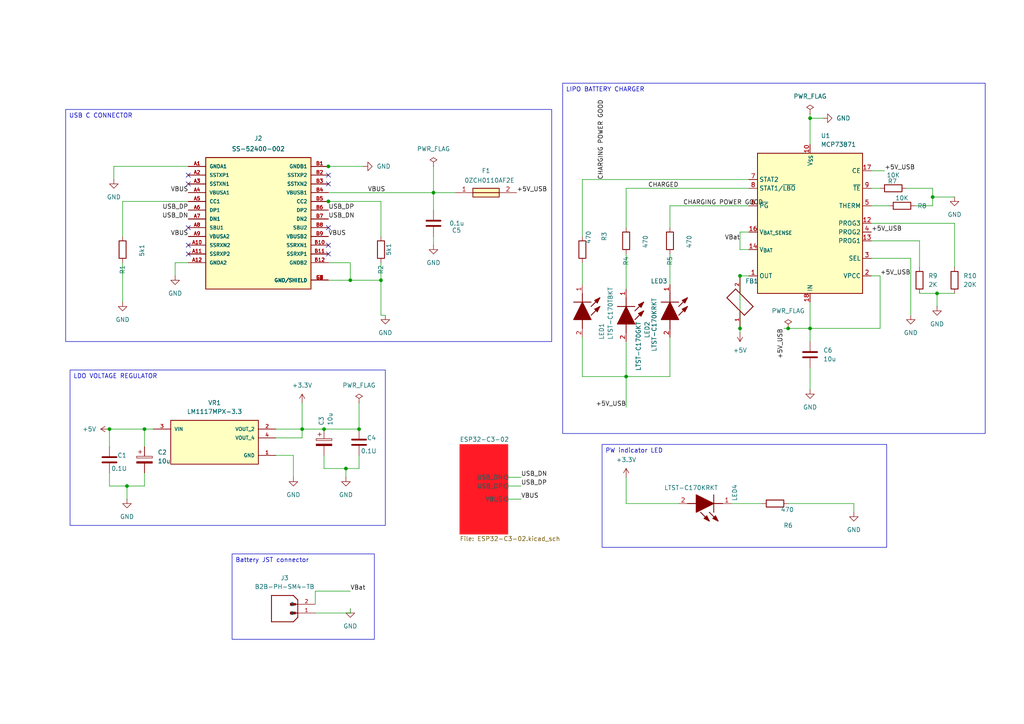
<source format=kicad_sch>
(kicad_sch (version 20250114) (generator "eeschema") (generator_version "9.0")
  (paper "A4")
  (title_block (title "ESP32 SENSOR BOARD_ROOT ") (date "2025-06-22"))
  (lib_symbols
    (symbol "0ZCH0110AF2E:0ZCH0110AF2E" (pin_names (hide yes))
      (property "Reference" "F" (at 13.97 6.35 0))
      (property "Value" "0ZCH0110AF2E" (at 13.97 3.81 0))
      (symbol "0ZCH0110AF2E_1_1"
        (rectangle (start 5.08 1.27) (end 12.7 -1.27) (stroke (width 0.254)) (fill (type background)))
        (polyline (pts (xy 5.08 0) (xy 12.7 0)) (stroke (width 0.254)))
        (pin passive line (at 0 0 0) (length 5.08) (name "1") (number "1"))
        (pin passive line (at 17.78 0 180) (length 5.08) (name "2") (number "2"))
      )
    )
    (symbol "B2B-PH-SM4-TB:B2B-PH-SM4-TB" (pin_names (offset 1.016))
      (property "Reference" "J" (at 0 6.35 0))
      (property "Value" "B2B-PH-SM4-TB" (at 0 -5.08 0))
      (symbol "B2B-PH-SM4-TB_0_0"
        (polyline (pts (xy 0 3.81) (xy 0 2.54)) (stroke (width 0.254)))
        (polyline (pts (xy 0 3.81) (xy 1.27 5.08)) (stroke (width 0.254)))
        (polyline (pts (xy 0 2.54) (xy 0 -1.27)) (stroke (width 0.254)))
        (polyline (pts (xy 0 2.54) (xy 1.905 2.54)) (stroke (width 0.254)))
        (polyline (pts (xy 0 0) (xy 1.905 0)) (stroke (width 0.254)))
        (polyline (pts (xy 0 -1.27) (xy 1.27 -2.54)) (stroke (width 0.254)))
        (rectangle (start 0.635 2.2225) (end 2.2225 2.8575) (stroke (width 0.1)) (fill (type outline)))
        (rectangle (start 0.635 -0.3175) (end 2.2225 0.3175) (stroke (width 0.1)) (fill (type outline)))
        (polyline (pts (xy 1.27 -2.54) (xy 7.62 -2.54)) (stroke (width 0.254)))
        (polyline (pts (xy 7.62 5.08) (xy 1.27 5.08)) (stroke (width 0.254)))
        (polyline (pts (xy 7.62 -2.54) (xy 7.62 5.08)) (stroke (width 0.254)))
        (pin passive line (at -5.08 2.54 0) (length 5.08) (name "1") (number "1"))
        (pin passive line (at -5.08 0 0) (length 5.08) (name "2") (number "2"))
      )
    )
    (symbol "Battery_Management:MCP73871"
      (property "Reference" "U" (at -7.62 24.13 0))
      (property "Value" "MCP73871" (at -15.24 21.59 0))
      (symbol "MCP73871_0_1"
        (rectangle (start -15.24 20.32) (end 15.24 -20.32) (stroke (width 0.254)) (fill (type background)))
      )
      (symbol "MCP73871_1_1"
        (pin input line (at -17.78 15.24 0) (length 2.54) (name "VPCC") (number "2"))
        (pin input line (at -17.78 10.16 0) (length 2.54) (name "SEL") (number "3"))
        (pin bidirectional line (at -17.78 5.08 0) (length 2.54) (name "PROG1") (number "13"))
        (pin input line (at -17.78 2.54 0) (length 2.54) (name "PROG2") (number "4"))
        (pin bidirectional line (at -17.78 0 0) (length 2.54) (name "PROG3") (number "12"))
        (pin bidirectional line (at -17.78 -5.08 0) (length 2.54) (name "THERM") (number "5"))
        (pin input line (at -17.78 -10.16 0) (length 2.54) (name "~{TE}") (number "9"))
        (pin input line (at -17.78 -15.24 0) (length 2.54) (name "CE") (number "17"))
        (pin power_in line (at 0 22.86 270) (length 2.54) (name "IN") (number "18"))
        (pin passive line (at 0 22.86 270) (length 2.54) (hide yes) (name "IN") (number "19"))
        (pin power_in line (at 0 -22.86 90) (length 2.54) (name "V_{SS}") (number "10"))
        (pin passive line (at 0 -22.86 90) (length 2.54) (hide yes) (name "V_{SS}") (number "11"))
        (pin passive line (at 0 -22.86 90) (length 2.54) (hide yes) (name "V_{SS}") (number "21"))
        (pin power_out line (at 17.78 15.24 180) (length 2.54) (name "OUT") (number "1"))
        (pin passive line (at 17.78 15.24 180) (length 2.54) (hide yes) (name "OUT") (number "20"))
        (pin power_out line (at 17.78 7.62 180) (length 2.54) (name "V_{BAT}") (number "14"))
        (pin passive line (at 17.78 7.62 180) (length 2.54) (hide yes) (name "V_{BAT}") (number "15"))
        (pin input line (at 17.78 2.54 180) (length 2.54) (name "V_{BAT_SENSE}") (number "16"))
        (pin open_collector line (at 17.78 -5.08 180) (length 2.54) (name "~{PG}") (number "6"))
        (pin open_collector line (at 17.78 -10.16 180) (length 2.54) (name "STAT1/~{LBO}") (number "8"))
        (pin open_collector line (at 17.78 -12.7 180) (length 2.54) (name "STAT2") (number "7"))
      )
    )
    (symbol "Device:C" (pin_numbers (hide yes)) (pin_names (offset 0.254))
      (property "Reference" "C" (at 0.635 2.54 0))
      (property "Value" "C" (at 0.635 -2.54 0))
      (symbol "C_0_1"
        (polyline (pts (xy -2.032 0.762) (xy 2.032 0.762)) (stroke (width 0.508)))
        (polyline (pts (xy -2.032 -0.762) (xy 2.032 -0.762)) (stroke (width 0.508)))
      )
      (symbol "C_1_1"
        (pin passive line (at 0 3.81 270) (length 2.794) (name "~") (number "1"))
        (pin passive line (at 0 -3.81 90) (length 2.794) (name "~") (number "2"))
      )
    )
    (symbol "Device:C_Polarized" (pin_numbers (hide yes)) (pin_names (offset 0.254))
      (property "Reference" "C" (at 0.635 2.54 0))
      (property "Value" "C_Polarized" (at 0.635 -2.54 0))
      (symbol "C_Polarized_0_1"
        (rectangle (start -2.286 0.508) (end 2.286 1.016))
        (polyline (pts (xy -1.778 2.286) (xy -0.762 2.286)))
        (polyline (pts (xy -1.27 2.794) (xy -1.27 1.778)))
        (rectangle (start 2.286 -0.508) (end -2.286 -1.016) (fill (type outline)))
      )
      (symbol "C_Polarized_1_1"
        (pin passive line (at 0 3.81 270) (length 2.794) (name "~") (number "1"))
        (pin passive line (at 0 -3.81 90) (length 2.794) (name "~") (number "2"))
      )
    )
    (symbol "Device:R" (pin_numbers (hide yes)) (pin_names (offset 0))
      (property "Reference" "R" (at 2.032 0 90))
      (property "Value" "R" (at 0 0 90))
      (symbol "R_0_1"
        (rectangle (start -1.016 -2.54) (end 1.016 2.54) (stroke (width 0.254)))
      )
      (symbol "R_1_1"
        (pin passive line (at 0 3.81 270) (length 1.27) (name "~") (number "1"))
        (pin passive line (at 0 -3.81 90) (length 1.27) (name "~") (number "2"))
      )
    )
    (symbol "FBMJ2125HM330-T:FBMJ2125HM330-T" (pin_names (offset 1.016))
      (property "Reference" "FB" (at -7.6244 5.0815 0))
      (property "Value" "FBMJ2125HM330-T" (at -7.63 -7.6266 0))
      (symbol "FBMJ2125HM330-T_0_0"
        (polyline (pts (xy -3.81 -1.27) (xy -1.27 -3.81)) (stroke (width 0.254)))
        (polyline (pts (xy -1.27 -3.81) (xy 3.81 1.27)) (stroke (width 0.254)))
        (polyline (pts (xy 1.27 3.81) (xy -3.81 -1.27)) (stroke (width 0.254)))
        (polyline (pts (xy 3.81 1.27) (xy 1.27 3.81)) (stroke (width 0.254)))
        (pin passive line (at -7.62 0 0) (length 5.08) (name "~") (number "1"))
        (pin passive line (at 7.62 0 180) (length 5.08) (name "~") (number "2"))
      )
    )
    (symbol "LM1117MPX-3.3:LM1117MPX-3.3" (pin_names (offset 1.016))
      (property "Reference" "VR" (at -12.7 6.08 0))
      (property "Value" "LM1117MPX-3.3" (at -12.7 -9.08 0))
      (symbol "LM1117MPX-3.3_0_0"
        (rectangle (start -12.7 -7.62) (end 12.7 5.08) (stroke (width 0.254)) (fill (type background)))
        (pin power_in line (at -17.78 2.54 0) (length 5.08) (name "VIN") (number "3"))
        (pin power_in line (at 17.78 2.54 180) (length 5.08) (name "VOUT_2") (number "2"))
        (pin power_in line (at 17.78 0 180) (length 5.08) (name "VOUT_4") (number "4"))
        (pin power_in line (at 17.78 -5.08 180) (length 5.08) (name "GND") (number "1"))
      )
    )
    (symbol "LTST-C170GKT:LTST-C170GKT" (pin_names (hide yes))
      (property "Reference" "LED" (at 12.7 8.89 0))
      (property "Value" "LTST-C170GKT" (at 12.7 6.35 0))
      (symbol "LTST-C170GKT_1_1"
        (polyline (pts (xy 2.54 0) (xy 5.08 0)) (stroke (width 0.254)))
        (polyline (pts (xy 5.08 2.54) (xy 5.08 -2.54)) (stroke (width 0.254)))
        (polyline (pts (xy 5.08 0) (xy 10.16 2.54) (xy 10.16 -2.54) (xy 5.08 0)) (stroke (width 0.254)) (fill (type outline)))
        (polyline (pts (xy 5.334 4.318) (xy 4.572 3.556) (xy 3.81 5.08) (xy 5.334 4.318)) (stroke (width 0.254)) (fill (type outline)))
        (polyline (pts (xy 6.35 2.54) (xy 3.81 5.08)) (stroke (width 0.254)))
        (polyline (pts (xy 7.874 4.318) (xy 7.112 3.556) (xy 6.35 5.08) (xy 7.874 4.318)) (stroke (width 0.254)) (fill (type outline)))
        (polyline (pts (xy 8.89 2.54) (xy 6.35 5.08)) (stroke (width 0.254)))
        (polyline (pts (xy 10.16 0) (xy 12.7 0)) (stroke (width 0.254)))
        (pin passive line (at 0 0 0) (length 2.54) (name "K") (number "1"))
        (pin passive line (at 15.24 0 180) (length 2.54) (name "A") (number "2"))
      )
    )
    (symbol "LTST-C170KRKT:LTST-C170KRKT" (pin_names (hide yes))
      (property "Reference" "LED" (at 12.7 8.89 0))
      (property "Value" "LTST-C170KRKT" (at 12.7 6.35 0))
      (symbol "LTST-C170KRKT_1_1"
        (polyline (pts (xy 2.54 0) (xy 5.08 0)) (stroke (width 0.254)))
        (polyline (pts (xy 5.08 2.54) (xy 5.08 -2.54)) (stroke (width 0.254)))
        (polyline (pts (xy 5.08 0) (xy 10.16 2.54) (xy 10.16 -2.54) (xy 5.08 0)) (stroke (width 0.254)) (fill (type outline)))
        (polyline (pts (xy 5.334 4.318) (xy 4.572 3.556) (xy 3.81 5.08) (xy 5.334 4.318)) (stroke (width 0.254)) (fill (type outline)))
        (polyline (pts (xy 6.35 2.54) (xy 3.81 5.08)) (stroke (width 0.254)))
        (polyline (pts (xy 7.874 4.318) (xy 7.112 3.556) (xy 6.35 5.08) (xy 7.874 4.318)) (stroke (width 0.254)) (fill (type outline)))
        (polyline (pts (xy 8.89 2.54) (xy 6.35 5.08)) (stroke (width 0.254)))
        (polyline (pts (xy 10.16 0) (xy 12.7 0)) (stroke (width 0.254)))
        (pin passive line (at 0 0 0) (length 2.54) (name "K") (number "1"))
        (pin passive line (at 15.24 0 180) (length 2.54) (name "A") (number "2"))
      )
    )
    (symbol "LTST-C170TBKT:LTST-C170TBKT" (pin_names (hide yes))
      (property "Reference" "LED" (at 12.7 8.89 0))
      (property "Value" "LTST-C170TBKT" (at 12.7 6.35 0))
      (symbol "LTST-C170TBKT_1_1"
        (polyline (pts (xy 2.54 0) (xy 5.08 0)) (stroke (width 0.254)))
        (polyline (pts (xy 5.08 2.54) (xy 5.08 -2.54)) (stroke (width 0.254)))
        (polyline (pts (xy 5.08 0) (xy 10.16 2.54) (xy 10.16 -2.54) (xy 5.08 0)) (stroke (width 0.254)) (fill (type outline)))
        (polyline (pts (xy 5.334 4.318) (xy 4.572 3.556) (xy 3.81 5.08) (xy 5.334 4.318)) (stroke (width 0.254)) (fill (type outline)))
        (polyline (pts (xy 6.35 2.54) (xy 3.81 5.08)) (stroke (width 0.254)))
        (polyline (pts (xy 7.874 4.318) (xy 7.112 3.556) (xy 6.35 5.08) (xy 7.874 4.318)) (stroke (width 0.254)) (fill (type outline)))
        (polyline (pts (xy 8.89 2.54) (xy 6.35 5.08)) (stroke (width 0.254)))
        (polyline (pts (xy 10.16 0) (xy 12.7 0)) (stroke (width 0.254)))
        (pin passive line (at 0 0 0) (length 2.54) (name "K") (number "1"))
        (pin passive line (at 15.24 0 180) (length 2.54) (name "A") (number "2"))
      )
    )
    (symbol "SS-52400-002:SS-52400-002" (pin_names (offset 1.016))
      (property "Reference" "J" (at -15.24 19.05 0))
      (property "Value" "SS-52400-002" (at -15.24 -22.86 0))
      (symbol "SS-52400-002_0_0"
        (rectangle (start -15.24 -20.32) (end 15.24 17.78) (stroke (width 0.254)) (fill (type background)))
        (pin power_in line (at -20.32 15.24 0) (length 5.08) (name "GNDA1") (number "A1"))
        (pin bidirectional line (at -20.32 12.7 0) (length 5.08) (name "SSTXP1") (number "A2"))
        (pin bidirectional line (at -20.32 10.16 0) (length 5.08) (name "SSTXN1") (number "A3"))
        (pin power_in line (at -20.32 7.62 0) (length 5.08) (name "VBUSA1") (number "A4"))
        (pin bidirectional line (at -20.32 5.08 0) (length 5.08) (name "CC1") (number "A5"))
        (pin bidirectional line (at -20.32 2.54 0) (length 5.08) (name "DP1") (number "A6"))
        (pin bidirectional line (at -20.32 0 0) (length 5.08) (name "DN1") (number "A7"))
        (pin bidirectional line (at -20.32 -2.54 0) (length 5.08) (name "SBU1") (number "A8"))
        (pin power_in line (at -20.32 -5.08 0) (length 5.08) (name "VBUSA2") (number "A9"))
        (pin bidirectional line (at -20.32 -7.62 0) (length 5.08) (name "SSRXN2") (number "A10"))
        (pin bidirectional line (at -20.32 -10.16 0) (length 5.08) (name "SSRXP2") (number "A11"))
        (pin power_in line (at -20.32 -12.7 0) (length 5.08) (name "GNDA2") (number "A12"))
        (pin power_in line (at 20.32 15.24 180) (length 5.08) (name "GNDB1") (number "B1"))
        (pin bidirectional line (at 20.32 12.7 180) (length 5.08) (name "SSTXP2") (number "B2"))
        (pin bidirectional line (at 20.32 10.16 180) (length 5.08) (name "SSTXN2") (number "B3"))
        (pin power_in line (at 20.32 7.62 180) (length 5.08) (name "VBUSB1") (number "B4"))
        (pin bidirectional line (at 20.32 5.08 180) (length 5.08) (name "CC2") (number "B5"))
        (pin bidirectional line (at 20.32 2.54 180) (length 5.08) (name "DP2") (number "B6"))
        (pin bidirectional line (at 20.32 0 180) (length 5.08) (name "DN2") (number "B7"))
        (pin bidirectional line (at 20.32 -2.54 180) (length 5.08) (name "SBU2") (number "B8"))
        (pin power_in line (at 20.32 -5.08 180) (length 5.08) (name "VBUSB2") (number "B9"))
        (pin bidirectional line (at 20.32 -7.62 180) (length 5.08) (name "SSRXN1") (number "B10"))
        (pin bidirectional line (at 20.32 -10.16 180) (length 5.08) (name "SSRXP1") (number "B11"))
        (pin power_in line (at 20.32 -12.7 180) (length 5.08) (name "GNDB2") (number "B12"))
        (pin power_in line (at 20.32 -17.78 180) (length 5.08) (name "GND/SHIELD") (number "G1"))
        (pin power_in line (at 20.32 -17.78 180) (length 5.08) (name "GND/SHIELD") (number "G2"))
        (pin power_in line (at 20.32 -17.78 180) (length 5.08) (name "GND/SHIELD") (number "G3"))
        (pin power_in line (at 20.32 -17.78 180) (length 5.08) (name "GND/SHIELD") (number "G4"))
        (pin power_in line (at 20.32 -17.78 180) (length 5.08) (name "GND/SHIELD") (number "S1"))
        (pin power_in line (at 20.32 -17.78 180) (length 5.08) (name "GND/SHIELD") (number "S2"))
        (pin power_in line (at 20.32 -17.78 180) (length 5.08) (name "GND/SHIELD") (number "S3"))
        (pin power_in line (at 20.32 -17.78 180) (length 5.08) (name "GND/SHIELD") (number "S4"))
      )
    )
    (symbol "power:+3.3V" (power) (pin_numbers (hide yes)) (pin_names (offset 0) (hide yes))
      (property "Value" "+3.3V" (at 0 3.556 0))
      (symbol "+3.3V_0_1"
        (polyline (pts (xy -0.762 1.27) (xy 0 2.54)))
        (polyline (pts (xy 0 2.54) (xy 0.762 1.27)))
        (polyline (pts (xy 0 0) (xy 0 2.54)))
      )
      (symbol "+3.3V_1_1"
        (pin power_in line (at 0 0 90) (length 0) (name "~") (number "1"))
      )
    )
    (symbol "power:+5V" (power) (pin_numbers (hide yes)) (pin_names (offset 0) (hide yes))
      (property "Value" "+5V" (at 0 3.556 0))
      (symbol "+5V_0_1"
        (polyline (pts (xy -0.762 1.27) (xy 0 2.54)))
        (polyline (pts (xy 0 2.54) (xy 0.762 1.27)))
        (polyline (pts (xy 0 0) (xy 0 2.54)))
      )
      (symbol "+5V_1_1"
        (pin power_in line (at 0 0 90) (length 0) (name "~") (number "1"))
      )
    )
    (symbol "power:GND" (power) (pin_numbers (hide yes)) (pin_names (offset 0) (hide yes))
      (property "Value" "GND" (at 0 -3.81 0))
      (symbol "GND_0_1"
        (polyline (pts (xy 0 0) (xy 0 -1.27) (xy 1.27 -1.27) (xy 0 -2.54) (xy -1.27 -1.27) (xy 0 -1.27)))
      )
      (symbol "GND_1_1"
        (pin power_in line (at 0 0 270) (length 0) (name "~") (number "1"))
      )
    )
    (symbol "power:PWR_FLAG" (power) (pin_numbers (hide yes)) (pin_names (offset 0) (hide yes))
      (property "Value" "PWR_FLAG" (at 0 3.81 0))
      (symbol "PWR_FLAG_0_0"
        (pin power_out line (at 0 0 90) (length 0) (name "~") (number "1"))
      )
      (symbol "PWR_FLAG_0_1"
        (polyline (pts (xy 0 0) (xy 0 1.27) (xy -1.016 1.905) (xy 0 2.54) (xy 1.016 1.905) (xy 0 1.27)))
      )
    )
    (symbol "power:VCC" (power) (pin_numbers (hide yes)) (pin_names (offset 0) (hide yes))
      (property "Value" "VCC" (at 0 3.556 0))
      (symbol "VCC_0_1"
        (polyline (pts (xy -0.762 1.27) (xy 0 2.54)))
        (polyline (pts (xy 0 2.54) (xy 0.762 1.27)))
        (polyline (pts (xy 0 0) (xy 0 2.54)))
      )
      (symbol "VCC_1_1"
        (pin power_in line (at 0 0 90) (length 0) (name "~") (number "1"))
      )
    )
  )
  (text_box "LIPO BATTERY CHARGER \n" (at 163.195 24.13 0) (size 122.555 101.6) (margins 0.9525 0.9525 0.9525 0.9525) (effects (font (size 1.27 1.27)) (justify left top)))
  (text_box "USB C CONNECTOR" (at 19.05 31.75 0) (size 140.97 67.31) (margins 0.9525 0.9525 0.9525 0.9525) (effects (font (size 1.27 1.27)) (justify left top)))
  (text_box "PW indicator LED\n" (at 174.625 128.905 0) (size 82.55 29.845) (margins 0.9525 0.9525 0.9525 0.9525) (effects (font (size 1.27 1.27)) (justify left top)))
  (text_box "LDO VOLTAGE REGULATOR\n" (at 20.32 107.315 0) (size 91.44 45.085) (margins 0.9525 0.9525 0.9525 0.9525) (effects (font (size 1.27 1.27)) (justify left top)))
  (text_box "Battery JST connector" (at 67.31 160.655 0) (size 41.275 24.765) (margins 0.9525 0.9525 0.9525 0.9525) (effects (font (size 1.27 1.27)) (justify left top)))
  (junction (at 95.25 48.26))
  (junction (at 93.98 124.46))
  (junction (at 95.25 58.42))
  (junction (at 36.83 140.97))
  (junction (at 87.63 124.46))
  (junction (at 234.95 34.29))
  (junction (at 271.78 85.09))
  (junction (at 110.49 81.28))
  (junction (at 270.51 57.15))
  (junction (at 31.75 124.46))
  (junction (at 125.73 55.88))
  (junction (at 41.91 124.46))
  (junction (at 101.6 81.28))
  (junction (at 100.33 135.89))
  (junction (at 181.61 109.22))
  (junction (at 214.63 95.25))
  (junction (at 214.63 80.01))
  (junction (at 234.95 95.25))
  (junction (at 228.6 95.25))
  (junction (at 104.14 124.46))
  (no_connect (at 54.61 71.12))
  (no_connect (at 95.25 66.04))
  (no_connect (at 54.61 66.04))
  (no_connect (at 95.25 71.12))
  (no_connect (at 95.25 73.66))
  (no_connect (at 95.25 50.8))
  (no_connect (at 95.25 53.34))
  (no_connect (at 54.61 73.66))
  (no_connect (at 54.61 53.34))
  (no_connect (at 54.61 50.8))
  (wire (pts (xy 252.73 74.93) (xy 264.16 74.93)))
  (wire (pts (xy 217.17 67.31) (xy 214.63 67.31)))
  (wire (pts (xy 181.61 138.43) (xy 181.61 146.05)))
  (wire (pts (xy 80.01 124.46) (xy 87.63 124.46)))
  (wire (pts (xy 262.89 54.61) (xy 270.51 54.61)))
  (wire (pts (xy 80.01 132.08) (xy 85.09 132.08)))
  (wire (pts (xy 217.17 80.01) (xy 214.63 80.01)))
  (wire (pts (xy 36.83 140.97) (xy 41.91 140.97)))
  (wire (pts (xy 110.49 81.28) (xy 110.49 91.44)))
  (wire (pts (xy 270.51 57.15) (xy 276.86 57.15)))
  (wire (pts (xy 50.8 80.01) (xy 50.8 76.2)))
  (wire (pts (xy 125.73 55.88) (xy 132.08 55.88)))
  (wire (pts (xy 256.54 49.53) (xy 252.73 49.53)))
  (wire (pts (xy 91.44 171.45) (xy 91.44 175.26)))
  (wire (pts (xy 31.75 140.97) (xy 36.83 140.97)))
  (wire (pts (xy 271.78 85.09) (xy 276.86 85.09)))
  (wire (pts (xy 255.27 80.01) (xy 255.27 95.25)))
  (wire (pts (xy 80.01 127) (xy 87.63 127)))
  (wire (pts (xy 252.73 54.61) (xy 255.27 54.61)))
  (wire (pts (xy 194.31 66.04) (xy 194.31 59.69)))
  (wire (pts (xy 234.95 106.68) (xy 234.95 113.03)))
  (wire (pts (xy 151.13 138.43) (xy 147.32 138.43)))
  (wire (pts (xy 181.61 109.22) (xy 194.31 109.22)))
  (wire (pts (xy 95.25 81.28) (xy 101.6 81.28)))
  (wire (pts (xy 110.49 76.2) (xy 110.49 81.28)))
  (wire (pts (xy 33.02 52.07) (xy 33.02 48.26)))
  (wire (pts (xy 270.51 54.61) (xy 270.51 57.15)))
  (wire (pts (xy 214.63 80.01) (xy 214.63 95.25)))
  (wire (pts (xy 181.61 54.61) (xy 217.17 54.61)))
  (wire (pts (xy 110.49 68.58) (xy 110.49 58.42)))
  (wire (pts (xy 214.63 72.39) (xy 217.17 72.39)))
  (wire (pts (xy 228.6 146.05) (xy 247.65 146.05)))
  (wire (pts (xy 266.7 85.09) (xy 271.78 85.09)))
  (wire (pts (xy 33.02 48.26) (xy 54.61 48.26)))
  (wire (pts (xy 87.63 124.46) (xy 87.63 127)))
  (wire (pts (xy 101.6 76.2) (xy 101.6 81.28)))
  (wire (pts (xy 95.25 48.26) (xy 105.41 48.26)))
  (wire (pts (xy 234.95 99.06) (xy 234.95 95.25)))
  (wire (pts (xy 168.91 76.2) (xy 168.91 82.55)))
  (wire (pts (xy 125.73 48.26) (xy 125.73 55.88)))
  (wire (pts (xy 252.73 69.85) (xy 266.7 69.85)))
  (wire (pts (xy 270.51 59.69) (xy 265.43 59.69)))
  (wire (pts (xy 266.7 69.85) (xy 266.7 77.47)))
  (wire (pts (xy 85.09 132.08) (xy 85.09 138.43)))
  (wire (pts (xy 234.95 87.63) (xy 234.95 95.25)))
  (wire (pts (xy 93.98 132.08) (xy 93.98 135.89)))
  (wire (pts (xy 247.65 146.05) (xy 247.65 148.59)))
  (wire (pts (xy 101.6 177.8) (xy 101.6 176.53)))
  (wire (pts (xy 228.6 95.25) (xy 234.95 95.25)))
  (wire (pts (xy 91.44 171.45) (xy 101.6 171.45)))
  (wire (pts (xy 168.91 97.79) (xy 168.91 109.22)))
  (wire (pts (xy 234.95 34.29) (xy 234.95 41.91)))
  (wire (pts (xy 87.63 124.46) (xy 93.98 124.46)))
  (wire (pts (xy 101.6 177.8) (xy 91.44 177.8)))
  (wire (pts (xy 41.91 124.46) (xy 41.91 129.54)))
  (wire (pts (xy 125.73 68.58) (xy 125.73 71.12)))
  (wire (pts (xy 151.13 140.97) (xy 147.32 140.97)))
  (wire (pts (xy 264.16 74.93) (xy 264.16 91.44)))
  (wire (pts (xy 181.61 109.22) (xy 181.61 118.11)))
  (wire (pts (xy 271.78 85.09) (xy 271.78 88.9)))
  (wire (pts (xy 214.63 95.25) (xy 214.63 96.52)))
  (wire (pts (xy 110.49 91.44) (xy 111.76 91.44)))
  (wire (pts (xy 125.73 55.88) (xy 125.73 60.96)))
  (wire (pts (xy 252.73 64.77) (xy 276.86 64.77)))
  (wire (pts (xy 41.91 137.16) (xy 41.91 140.97)))
  (wire (pts (xy 168.91 52.07) (xy 168.91 68.58)))
  (wire (pts (xy 194.31 59.69) (xy 217.17 59.69)))
  (wire (pts (xy 31.75 129.54) (xy 31.75 124.46)))
  (wire (pts (xy 227.33 95.25) (xy 228.6 95.25)))
  (wire (pts (xy 194.31 73.66) (xy 194.31 82.55)))
  (wire (pts (xy 234.95 33.02) (xy 234.95 34.29)))
  (wire (pts (xy 181.61 146.05) (xy 196.85 146.05)))
  (wire (pts (xy 168.91 109.22) (xy 181.61 109.22)))
  (wire (pts (xy 104.14 116.84) (xy 104.14 124.46)))
  (wire (pts (xy 100.33 135.89) (xy 100.33 138.43)))
  (wire (pts (xy 212.09 146.05) (xy 220.98 146.05)))
  (wire (pts (xy 234.95 95.25) (xy 255.27 95.25)))
  (wire (pts (xy 31.75 124.46) (xy 41.91 124.46)))
  (wire (pts (xy 93.98 124.46) (xy 104.14 124.46)))
  (wire (pts (xy 214.63 67.31) (xy 214.63 72.39)))
  (wire (pts (xy 181.61 99.06) (xy 181.61 109.22)))
  (wire (pts (xy 31.75 137.16) (xy 31.75 140.97)))
  (wire (pts (xy 147.32 144.78) (xy 151.13 144.78)))
  (wire (pts (xy 252.73 80.01) (xy 255.27 80.01)))
  (wire (pts (xy 110.49 58.42) (xy 95.25 58.42)))
  (wire (pts (xy 276.86 64.77) (xy 276.86 77.47)))
  (wire (pts (xy 95.25 76.2) (xy 101.6 76.2)))
  (wire (pts (xy 50.8 76.2) (xy 54.61 76.2)))
  (wire (pts (xy 93.98 135.89) (xy 100.33 135.89)))
  (wire (pts (xy 100.33 135.89) (xy 104.14 135.89)))
  (wire (pts (xy 168.91 52.07) (xy 217.17 52.07)))
  (wire (pts (xy 104.14 135.89) (xy 104.14 132.08)))
  (wire (pts (xy 270.51 57.15) (xy 270.51 59.69)))
  (wire (pts (xy 41.91 124.46) (xy 44.45 124.46)))
  (wire (pts (xy 238.76 34.29) (xy 234.95 34.29)))
  (wire (pts (xy 252.73 59.69) (xy 257.81 59.69)))
  (wire (pts (xy 181.61 73.66) (xy 181.61 83.82)))
  (wire (pts (xy 95.25 55.88) (xy 125.73 55.88)))
  (wire (pts (xy 36.83 140.97) (xy 36.83 144.78)))
  (wire (pts (xy 87.63 116.84) (xy 87.63 124.46)))
  (wire (pts (xy 101.6 81.28) (xy 110.49 81.28)))
  (wire (pts (xy 194.31 97.79) (xy 194.31 109.22)))
  (wire (pts (xy 181.61 66.04) (xy 181.61 54.61)))
  (wire (pts (xy 35.56 58.42) (xy 54.61 58.42)))
  (wire (pts (xy 35.56 68.58) (xy 35.56 58.42)))
  (wire (pts (xy 35.56 76.2) (xy 35.56 87.63)))
  (label "+5V_USB" (at 255.27 80.01 0))
  (label "CHARGING POWER GOOD" (at 198.12 59.69 0))
  (label "USB_DP" (at 151.13 140.97 0))
  (label "VBUS" (at 54.61 68.58 180))
  (label "VBat" (at 214.63 69.85 180))
  (label "CHARGED " (at 187.96 54.61 0))
  (label "+5V_USB" (at 227.33 95.25 270))
  (label "+5V_USB" (at 149.86 55.88 0))
  (label "VBat" (at 101.6 171.45 0))
  (label "USB_DN" (at 151.13 138.43 0))
  (label "VBUS" (at 54.61 55.88 180))
  (label "USB_DP" (at 95.25 60.96 0))
  (label "USB_DN" (at 95.25 63.5 0))
  (label "CHARGING POWER GOOD" (at 175.26 52.07 90))
  (label "VBUS" (at 111.76 55.88 180))
  (label "VBUS" (at 95.25 68.58 0))
  (label "VBUS" (at 151.13 144.78 0))
  (label "USB_DP" (at 54.61 60.96 180))
  (label "+5V_USB" (at 181.61 118.11 180))
  (label "USB_DN" (at 54.61 63.5 180))
  (label "+5V_USB" (at 252.73 67.31 0))
  (label "+5V_USB" (at 256.54 49.53 0))
  (symbol (lib_id "Battery_Management:MCP73871") (at 234.95 64.77 180) (unit 1)
    (property "Reference" "U1" (at 238.0681 39.37 0) (effects (justify right)))
    (property "Value" "MCP73871" (at 238.0681 41.91 0) (effects (justify right)))
    (property "Footprint" "Package_DFN_QFN:QFN-20-1EP_4x4mm_P0.5mm_EP2.5x2.5mm" (effects (hide yes)))
    (property "Datasheet" "http://www.mouser.com/ds/2/268/22090a-52174.pdf" (effects (hide yes)))
    (property "Description" "Single cell, Li-Ion/Li-Po charge management controller" (effects (hide yes)))
  )
  (symbol (lib_id "power:PWR_FLAG") (at 104.14 116.84 0) (unit 1)
    (property "Reference" "#FLG01" (effects (hide yes)))
    (property "Value" "PWR_FLAG" (at 104.14 111.76 0))
    (property "Description" "Special symbol for telling ERC where power comes from" (effects (hide yes)))
  )
  (symbol (lib_id "power:GND") (at 100.33 138.43 0) (unit 1)
    (property "Reference" "#PWR08" (effects (hide yes)))
    (property "Value" "GND" (at 100.33 143.51 0))
    (property "Description" "Power symbol creates a global label with name \"GND\" , ground" (effects (hide yes)))
  )
  (symbol (lib_id "SS-52400-002:SS-52400-002") (at 74.93 63.5 0) (unit 1)
    (property "Reference" "J1" (effects (hide yes)))
    (property "Value" "SS-52400-002" (at 74.93 43.18 0))
    (property "Footprint" "ESP32 PROJECT LIBRARY:BELFUSE_SS-52400-002" (effects (hide yes)))
    (property "MF" "Bel Fuse" (effects (hide yes)))
    (property "MAXIMUM_PACKAGE_HEIGHT" "2.96 mm" (effects (hide yes)))
    (property "Package" "None" (effects (hide yes)))
    (property "Price" "None" (effects (hide yes)))
    (property "Check_prices" "https://www.snapeda.com/parts/SS-52400-002/Bel+Circuit+Protection/view-part/?ref=eda" (effects (hide yes)))
    (property "STANDARD" "Manufacturer Recommendations" (effects (hide yes)))
    (property "PARTREV" "A0" (effects (hide yes)))
    (property "SnapEDA_Link" "https://www.snapeda.com/parts/SS-52400-002/Bel+Circuit+Protection/view-part/?ref=snap" (effects (hide yes)))
    (property "MP" "SS-52400-002" (effects (hide yes)))
    (property "Description_1" "USB Type-C Connector | USB 3.1 | 1 Port | Right Angle Receptacle | Shielded | 0.039 in (1.00mm) PCB Thickness" (effects (hide yes)))
    (property "Availability" "In Stock" (effects (hide yes)))
    (property "MANUFACTURER" "BelFuse" (effects (hide yes)))
  )
  (symbol (lib_id "power:GND") (at 105.41 48.26 90) (unit 1)
    (property "Reference" "#PWR010" (effects (hide yes)))
    (property "Value" "GND" (at 109.22 48.2599 90) (effects (justify right)))
    (property "Description" "Power symbol creates a global label with name \"GND\" , ground" (effects (hide yes)))
  )
  (symbol (lib_id "LM1117MPX-3.3:LM1117MPX-3.3") (at 62.23 127 0) (unit 1)
    (property "Reference" "VR1" (at 62.23 116.84 0))
    (property "Value" "LM1117MPX-3.3" (at 62.23 119.38 0))
    (property "Footprint" "ESP32 PROJECT LIBRARY:VREG_LM1117MPX-3.3" (effects (hide yes)))
    (property "MF" "onsemi" (effects (hide yes)))
    (property "DESCRIPTION" "800-mA 15-V linear voltage regulator 4-SOT-223" (effects (hide yes)))
    (property "PACKAGE" "SOT-223-4 Texas Instruments" (effects (hide yes)))
    (property "PRICE" "None" (effects (hide yes)))
    (property "Package" "SOT-223-4 ON Semiconductor" (effects (hide yes)))
    (property "Check_prices" "https://www.snapeda.com/parts/LM1117MPX-33NOPB/Onsemi/view-part/?ref=eda" (effects (hide yes)))
    (property "Price" "None" (effects (hide yes)))
    (property "SnapEDA_Link" "https://www.snapeda.com/parts/LM1117MPX-33NOPB/Onsemi/view-part/?ref=snap" (effects (hide yes)))
    (property "MP" "LM1117MPX-33NOPB" (effects (hide yes)))
    (property "Description_1" "Linear Voltage Regulator IC Positive Fixed 1 Output 800mA SOT-223" (effects (hide yes)))
    (property "Availability" "In Stock" (effects (hide yes)))
    (property "AVAILABILITY" "Warning" (effects (hide yes)))
    (property "PURCHASE-URL" "https://pricing.snapeda.com/search/part/LM1117MPX-3.3/?ref=eda" (effects (hide yes)))
  )
  (symbol (lib_id "Device:C_Polarized") (at 41.91 133.35 0) (unit 1)
    (property "Reference" "C2" (at 45.72 131.1909 0) (effects (justify left)))
    (property "Value" "10u" (at 45.72 133.7309 0) (effects (justify left)))
    (property "Footprint" "ESP32 PROJECT LIBRARY:T491A" (effects (hide yes)))
    (property "Description" "Polarized capacitor" (effects (hide yes)))
  )
  (symbol (lib_id "power:GND") (at 271.78 88.9 0) (unit 1)
    (property "Reference" "#PWR018" (effects (hide yes)))
    (property "Value" "GND" (at 271.78 93.98 0))
    (property "Description" "Power symbol creates a global label with name \"GND\" , ground" (effects (hide yes)))
  )
  (symbol (lib_id "power:PWR_FLAG") (at 234.95 33.02 0) (unit 1)
    (property "Reference" "#FLG02" (effects (hide yes)))
    (property "Value" "PWR_FLAG" (at 234.95 27.94 0))
    (property "Description" "Special symbol for telling ERC where power comes from" (effects (hide yes)))
  )
  (symbol (lib_id "power:+5V") (at 214.63 96.52 180) (unit 1)
    (property "Reference" "#PWR014" (effects (hide yes)))
    (property "Value" "+5V" (at 214.63 101.6 0))
    (property "Description" "Power symbol creates a global label with name \"+5V\"" (effects (hide yes)))
  )
  (symbol (lib_id "power:GND") (at 33.02 52.07 0) (unit 1)
    (property "Reference" "#PWR02" (effects (hide yes)))
    (property "Value" "GND" (at 33.02 57.15 0))
    (property "Description" "Power symbol creates a global label with name \"GND\" , ground" (effects (hide yes)))
  )
  (symbol (lib_id "power:GND") (at 101.6 176.53 0) (unit 1)
    (property "Reference" "#PWR09" (effects (hide yes)))
    (property "Value" "GND" (at 101.6 181.61 0))
    (property "Description" "Power symbol creates a global label with name \"GND\" , ground" (effects (hide yes)))
  )
  (symbol (lib_id "power:PWR_FLAG") (at 228.6 95.25 0) (unit 1)
    (property "Reference" "#FLG04" (effects (hide yes)))
    (property "Value" "PWR_FLAG" (at 228.6 90.17 0))
    (property "Description" "Special symbol for telling ERC where power comes from" (effects (hide yes)))
  )
  (symbol (lib_id "power:GND") (at 50.8 80.01 0) (unit 1)
    (property "Reference" "#PWR05" (effects (hide yes)))
    (property "Value" "GND" (at 50.8 85.09 0))
    (property "Description" "Power symbol creates a global label with name \"GND\" , ground" (effects (hide yes)))
  )
  (symbol (lib_id "power:GND") (at 85.09 138.43 0) (unit 1)
    (property "Reference" "#PWR06" (effects (hide yes)))
    (property "Value" "GND" (at 85.09 143.51 0))
    (property "Description" "Power symbol creates a global label with name \"GND\" , ground" (effects (hide yes)))
  )
  (symbol (lib_id "LTST-C170GKT:LTST-C170GKT") (at 181.61 83.82 270) (unit 1)
    (property "Reference" "LED2" (at 187.706 93.218 0) (effects (justify left)))
    (property "Value" "LTST-C170GKT" (at 185.166 93.218 0) (effects (justify left)))
    (property "Footprint" "ESP32 PROJECT LIBRARY:LEDC2012X120N" (effects (hide yes)))
    (property "Datasheet" "https://mm.digikey.com/Volume0/opasdata/d220001/medias/docus/895/LTST-C170GKT.pdf" (effects (hide yes)))
    (property "Description" "LED,SMD,0805,Green,6mcd,130deg Lite-On LTST-C170GKT, CHIPLED 0805 Series Green LED, 569 nm 2012 (0805), Rectangle Lens SMD package" (effects (hide yes)))
    (property "Height" "1.2" (effects (hide yes)))
    (property "Manufacturer_Name" "Lite-On" (effects (hide yes)))
    (property "Manufacturer_Part_Number" "LTST-C170GKT" (effects (hide yes)))
    (property "Mouser Part Number" "859-LTST-C170GKT" (effects (hide yes)))
    (property "Mouser Price/Stock" "https://www.mouser.co.uk/ProductDetail/Lite-On/LTST-C170GKT?qs=%2FSqKn2EfXQSV5aRij3YIfQ%3D%3D" (effects (hide yes)))
    (property "Arrow Part Number" "LTST-C170GKT" (effects (hide yes)))
    (property "Arrow Price/Stock" "https://www.arrow.com/en/products/ltst-c170gkt/lite-on-technology?utm_currency=USD&region=nac" (effects (hide yes)))
  )
  (symbol (lib_id "Device:R") (at 194.31 69.85 0) (unit 1)
    (property "Reference" "R5" (at 194.2716 75.6661 90))
    (property "Value" "470" (at 199.898 70.104 90))
    (property "Footprint" "Resistor_SMD:R_0805_2012Metric" (effects (hide yes)))
    (property "Description" "Resistor" (effects (hide yes)))
  )
  (symbol (lib_id "power:GND") (at 276.86 57.15 0) (unit 1)
    (property "Reference" "#PWR019" (effects (hide yes)))
    (property "Value" "GND" (at 276.86 62.23 0))
    (property "Description" "Power symbol creates a global label with name \"GND\" , ground" (effects (hide yes)))
  )
  (symbol (lib_id "power:PWR_FLAG") (at 125.73 48.26 0) (unit 1)
    (property "Reference" "#FLG03" (effects (hide yes)))
    (property "Value" "PWR_FLAG" (at 125.73 43.18 0))
    (property "Description" "Special symbol for telling ERC where power comes from" (effects (hide yes)))
  )
  (symbol (lib_id "power:GND") (at 234.95 113.03 0) (unit 1)
    (property "Reference" "#PWR015" (effects (hide yes)))
    (property "Value" "GND" (at 234.95 118.11 0))
    (property "Description" "Power symbol creates a global label with name \"GND\" , ground" (effects (hide yes)))
  )
  (symbol (lib_id "power:GND") (at 111.76 91.44 0) (unit 1)
    (property "Reference" "#PWR011" (effects (hide yes)))
    (property "Value" "GND" (at 111.76 96.52 0))
    (property "Description" "Power symbol creates a global label with name \"GND\" , ground" (effects (hide yes)))
  )
  (symbol (lib_id "FBMJ2125HM330-T:FBMJ2125HM330-T") (at 214.63 87.63 90) (unit 1)
    (property "Reference" "FB1" (at 216.154 81.534 90) (effects (justify right)))
    (property "Value" "FBMJ2125HM330-T" (effects (hide yes)))
    (property "Footprint" "ESP32 PROJECT LIBRARY:BEADC2012X105N" (effects (hide yes)))
    (property "MF" "Taiyo Yuden" (effects (hide yes)))
    (property "Description_1" "33 Ohms @ 100 MHz 1 Power Line Ferrite Bead 0805 (2012 Metric) 4A 8mOhm" (effects (hide yes)))
    (property "Package" "2012 Taiyo Yuden" (effects (hide yes)))
    (property "Price" "None" (effects (hide yes)))
    (property "SnapEDA_Link" "https://www.snapeda.com/parts/FBMJ2125HM330-T/Taiyo+Yuden/view-part/?ref=snap" (effects (hide yes)))
    (property "MP" "FBMJ2125HM330-T" (effects (hide yes)))
    (property "Availability" "In Stock" (effects (hide yes)))
    (property "Check_prices" "https://www.snapeda.com/parts/FBMJ2125HM330-T/Taiyo+Yuden/view-part/?ref=eda" (effects (hide yes)))
  )
  (symbol (lib_id "Device:R") (at 261.62 59.69 90) (unit 1)
    (property "Reference" "R8" (at 267.4361 59.7284 90))
    (property "Value" "10K" (at 261.5941 57.4424 90))
    (property "Footprint" "Resistor_SMD:R_0805_2012Metric" (effects (hide yes)))
    (property "Description" "Resistor" (effects (hide yes)))
  )
  (symbol (lib_id "power:GND") (at 264.16 91.44 0) (unit 1)
    (property "Reference" "#PWR057" (effects (hide yes)))
    (property "Value" "GND" (at 264.16 96.52 0))
    (property "Description" "Power symbol creates a global label with name \"GND\" , ground" (effects (hide yes)))
  )
  (symbol (lib_id "power:GND") (at 238.76 34.29 90) (unit 1)
    (property "Reference" "#PWR016" (effects (hide yes)))
    (property "Value" "GND" (at 242.57 34.2899 90) (effects (justify right)))
    (property "Description" "Power symbol creates a global label with name \"GND\" , ground" (effects (hide yes)))
  )
  (symbol (lib_id "Device:R") (at 259.08 54.61 90) (unit 1)
    (property "Reference" "R7" (at 258.826 52.578 90))
    (property "Value" "10K" (at 259.08 50.8 90))
    (property "Footprint" "Resistor_SMD:R_0805_2012Metric" (effects (hide yes)))
    (property "Description" "Resistor" (effects (hide yes)))
  )
  (symbol (lib_id "0ZCH0110AF2E:0ZCH0110AF2E") (at 132.08 55.88 0) (unit 1)
    (property "Reference" "F1" (at 140.97 49.53 0))
    (property "Value" "0ZCH0110AF2E" (at 141.986 52.324 0))
    (property "Footprint" "ESP32 PROJECT LIBRARY:FUSC3226X100N" (effects (hide yes)))
    (property "Datasheet" "https://www.belfuse.com/resources/datasheets/circuitprotection/ds-cp-0zch-series.pdf" (effects (hide yes)))
    (property "Description" "1210 SMT PPTC | 1.10 Ih | 16V" (effects (hide yes)))
    (property "Height" "1" (effects (hide yes)))
    (property "Manufacturer_Name" "Bel Circuit Protection" (effects (hide yes)))
    (property "Manufacturer_Part_Number" "0ZCH0110AF2E" (effects (hide yes)))
  )
  (symbol (lib_id "B2B-PH-SM4-TB:B2B-PH-SM4-TB") (at 86.36 175.26 180) (unit 1)
    (property "Reference" "J3" (at 82.55 167.64 0))
    (property "Value" "B2B-PH-SM4-TB" (at 82.55 170.18 0))
    (property "Footprint" "ESP32 PROJECT LIBRARY:JST_B2B-PH-SM4-TB" (effects (hide yes)))
    (property "MF" "JST" (effects (hide yes)))
    (property "MAXIMUM_PACKAGE_HEIGHT" "6.6 mm" (effects (hide yes)))
    (property "Package" "NON STANDARD-2 JST" (effects (hide yes)))
    (property "Price" "None" (effects (hide yes)))
    (property "Check_prices" "https://www.snapeda.com/parts/B2B-PH-SM4-TB/JST/view-part/?ref=eda" (effects (hide yes)))
    (property "STANDARD" "Manufacturer Recommendations" (effects (hide yes)))
    (property "PARTREV" "N/A" (effects (hide yes)))
    (property "SnapEDA_Link" "https://www.snapeda.com/parts/B2B-PH-SM4-TB/JST/view-part/?ref=snap" (effects (hide yes)))
    (property "MP" "B2B-PH-SM4-TB" (effects (hide yes)))
    (property "Description_1" "Connector Header Surface Mount 2 position 0.079 (2.00mm)" (effects (hide yes)))
    (property "Availability" "In Stock" (effects (hide yes)))
    (property "MANUFACTURER" "JST" (effects (hide yes)))
  )
  (symbol (lib_id "Device:R") (at 276.86 81.28 0) (unit 1)
    (property "Reference" "R10" (at 279.4 80.0099 0) (effects (justify left)))
    (property "Value" "20K" (at 279.4 82.5499 0) (effects (justify left)))
    (property "Footprint" "Resistor_SMD:R_0805_2012Metric" (effects (hide yes)))
    (property "Description" "Resistor" (effects (hide yes)))
  )
  (symbol (lib_id "LTST-C170KRKT:LTST-C170KRKT") (at 212.09 146.05 180) (unit 1)
    (property "Reference" "LED4" (at 213.106 140.462 90) (effects (justify left)))
    (property "Value" "LTST-C170KRKT" (at 208.28 141.478 0) (effects (justify left)))
    (property "Footprint" "ESP32 PROJECT LIBRARY:LEDC2012X120N" (effects (hide yes)))
    (property "Datasheet" "https://componentsearchengine.com/Datasheets/1/LTST-C170KRKT.pdf" (effects (hide yes)))
    (property "Description" "Standard LEDs - SMD Red Clear 631nm" (effects (hide yes)))
    (property "Height" "1.2" (effects (hide yes)))
    (property "Manufacturer_Name" "Lite-On" (effects (hide yes)))
    (property "Manufacturer_Part_Number" "LTST-C170KRKT" (effects (hide yes)))
    (property "Mouser Part Number" "859-LTST-C170KRKT" (effects (hide yes)))
    (property "Mouser Price/Stock" "https://www.mouser.co.uk/ProductDetail/Lite-On/LTST-C170KRKT?qs=NUb82WqeCyrVOID%2Fxt4rgA%3D%3D" (effects (hide yes)))
    (property "Arrow Part Number" "LTST-C170KRKT" (effects (hide yes)))
    (property "Arrow Price/Stock" "https://www.arrow.com/en/products/ltst-c170krkt/lite-on-technology?utm_currency=USD&region=nac" (effects (hide yes)))
  )
  (symbol (lib_id "Device:R") (at 168.91 72.39 0) (unit 1)
    (property "Reference" "R3" (at 175.26 68.58 90))
    (property "Value" "470" (at 170.688 68.834 90))
    (property "Footprint" "Resistor_SMD:R_0805_2012Metric" (effects (hide yes)))
    (property "Description" "Resistor" (effects (hide yes)))
  )
  (symbol (lib_id "Device:R") (at 266.7 81.28 0) (unit 1)
    (property "Reference" "R9" (at 269.24 80.0099 0) (effects (justify left)))
    (property "Value" "2K" (at 269.24 82.5499 0) (effects (justify left)))
    (property "Footprint" "Resistor_SMD:R_0805_2012Metric" (effects (hide yes)))
    (property "Description" "Resistor" (effects (hide yes)))
  )
  (symbol (lib_id "power:+5V") (at 31.75 124.46 90) (unit 1)
    (property "Reference" "#PWR01" (effects (hide yes)))
    (property "Value" "+5V" (at 27.94 124.4599 90) (effects (justify left)))
    (property "Description" "Power symbol creates a global label with name \"+5V\"" (effects (hide yes)))
  )
  (symbol (lib_id "Device:R") (at 110.49 72.39 0) (unit 1)
    (property "Reference" "R2" (at 110.4516 78.2061 90))
    (property "Value" "5k1" (at 112.7376 72.3641 90))
    (property "Footprint" "Resistor_SMD:R_0805_2012Metric" (effects (hide yes)))
    (property "Description" "Resistor" (effects (hide yes)))
  )
  (symbol (lib_id "Device:C") (at 234.95 102.87 0) (unit 1)
    (property "Reference" "C6" (at 238.76 101.5999 0) (effects (justify left)))
    (property "Value" "10u" (at 238.76 104.1399 0) (effects (justify left)))
    (property "Footprint" "Capacitor_SMD:C_0805_2012Metric" (effects (hide yes)))
    (property "Description" "Unpolarized capacitor" (effects (hide yes)))
  )
  (symbol (lib_id "LTST-C170KRKT:LTST-C170KRKT") (at 194.31 82.55 270) (unit 1)
    (property "Reference" "LED3" (at 188.722 81.534 90) (effects (justify left)))
    (property "Value" "LTST-C170KRKT" (at 189.738 86.36 0) (effects (justify left)))
    (property "Footprint" "ESP32 PROJECT LIBRARY:LEDC2012X120N" (effects (hide yes)))
    (property "Datasheet" "https://componentsearchengine.com/Datasheets/1/LTST-C170KRKT.pdf" (effects (hide yes)))
    (property "Description" "Standard LEDs - SMD Red Clear 631nm" (effects (hide yes)))
    (property "Height" "1.2" (effects (hide yes)))
    (property "Manufacturer_Name" "Lite-On" (effects (hide yes)))
    (property "Manufacturer_Part_Number" "LTST-C170KRKT" (effects (hide yes)))
    (property "Mouser Part Number" "859-LTST-C170KRKT" (effects (hide yes)))
    (property "Mouser Price/Stock" "https://www.mouser.co.uk/ProductDetail/Lite-On/LTST-C170KRKT?qs=NUb82WqeCyrVOID%2Fxt4rgA%3D%3D" (effects (hide yes)))
    (property "Arrow Part Number" "LTST-C170KRKT" (effects (hide yes)))
    (property "Arrow Price/Stock" "https://www.arrow.com/en/products/ltst-c170krkt/lite-on-technology?utm_currency=USD&region=nac" (effects (hide yes)))
  )
  (symbol (lib_id "Device:R") (at 224.79 146.05 270) (unit 1)
    (property "Reference" "R6" (at 228.6 152.4 90))
    (property "Value" "470" (at 228.346 147.828 90))
    (property "Footprint" "Resistor_SMD:R_0805_2012Metric" (effects (hide yes)))
    (property "Description" "Resistor" (effects (hide yes)))
  )
  (symbol (lib_id "Device:C") (at 125.73 64.77 0) (unit 1)
    (property "Reference" "C5" (at 131.064 66.802 0) (effects (justify left)))
    (property "Value" "0.1u" (at 130.302 64.77 0) (effects (justify left)))
    (property "Footprint" "Capacitor_SMD:C_0805_2012Metric" (effects (hide yes)))
    (property "Description" "Unpolarized capacitor" (effects (hide yes)))
  )
  (symbol (lib_id "power:+3.3V") (at 181.61 138.43 0) (unit 1)
    (property "Reference" "#PWR013" (effects (hide yes)))
    (property "Value" "+3.3V" (at 181.61 133.35 0))
    (property "Description" "Power symbol creates a global label with name \"+3.3V\"" (effects (hide yes)))
  )
  (symbol (lib_id "LTST-C170TBKT:LTST-C170TBKT") (at 168.91 82.55 270) (unit 1)
    (property "Reference" "LED1" (at 174.498 98.552 0) (effects (justify right)))
    (property "Value" "LTST-C170TBKT" (at 177.038 98.552 0) (effects (justify right)))
    (property "Footprint" "ESP32 PROJECT LIBRARY:LEDC2012X120N" (effects (hide yes)))
    (property "Datasheet" "https://componentsearchengine.com/Datasheets/1/LTST-C170TBKT.pdf" (effects (hide yes)))
    (property "Description" "LED,SMD,0805,Blue,28mcd,130deg" (effects (hide yes)))
    (property "Height" "1.2" (effects (hide yes)))
    (property "Manufacturer_Name" "Lite-On" (effects (hide yes)))
    (property "Manufacturer_Part_Number" "LTST-C170TBKT" (effects (hide yes)))
    (property "Mouser Part Number" "859-LTST-C170TBKT" (effects (hide yes)))
    (property "Mouser Price/Stock" "https://www.mouser.co.uk/ProductDetail/Lite-On/LTST-C170TBKT?qs=0uL0gcxEMop2ooGmIUzw3A%3D%3D" (effects (hide yes)))
    (property "Arrow Part Number" "LTST-C170TBKT" (effects (hide yes)))
    (property "Arrow Price/Stock" "https://www.arrow.com/en/products/ltst-c170tbkt/lite-on-technology?utm_currency=USD&region=nac" (effects (hide yes)))
  )
  (symbol (lib_id "power:GND") (at 36.83 144.78 0) (unit 1)
    (property "Reference" "#PWR04" (effects (hide yes)))
    (property "Value" "GND" (at 36.83 149.86 0))
    (property "Description" "Power symbol creates a global label with name \"GND\" , ground" (effects (hide yes)))
  )
  (symbol (lib_id "power:GND") (at 125.73 71.12 0) (unit 1)
    (property "Reference" "#PWR012" (effects (hide yes)))
    (property "Value" "GND" (at 125.73 76.2 0))
    (property "Description" "Power symbol creates a global label with name \"GND\" , ground" (effects (hide yes)))
  )
  (symbol (lib_id "SS-52400-002:SS-52400-002") (at 74.93 63.5 0) (unit 1)
    (property "Reference" "J2" (at 74.93 40.132 0))
    (property "Value" "SS-52400-002" (at 74.93 43.18 0))
    (property "Footprint" "ESP32 PROJECT LIBRARY:BELFUSE_SS-52400-002" (effects (hide yes)))
    (property "MF" "Bel Fuse" (effects (hide yes)))
    (property "MAXIMUM_PACKAGE_HEIGHT" "2.96 mm" (effects (hide yes)))
    (property "Package" "None" (effects (hide yes)))
    (property "Price" "None" (effects (hide yes)))
    (property "Check_prices" "https://www.snapeda.com/parts/SS-52400-002/Bel+Circuit+Protection/view-part/?ref=eda" (effects (hide yes)))
    (property "STANDARD" "Manufacturer Recommendations" (effects (hide yes)))
    (property "PARTREV" "A0" (effects (hide yes)))
    (property "SnapEDA_Link" "https://www.snapeda.com/parts/SS-52400-002/Bel+Circuit+Protection/view-part/?ref=snap" (effects (hide yes)))
    (property "MP" "SS-52400-002" (effects (hide yes)))
    (property "Description_1" "USB Type-C Connector | USB 3.1 | 1 Port | Right Angle Receptacle | Shielded | 0.039 in (1.00mm) PCB Thickness" (effects (hide yes)))
    (property "Availability" "In Stock" (effects (hide yes)))
    (property "MANUFACTURER" "BelFuse" (effects (hide yes)))
  )
  (symbol (lib_id "Device:C") (at 104.14 128.27 0) (unit 1)
    (property "Reference" "C4" (at 106.426 127 0) (effects (justify left)))
    (property "Value" "0.1U" (at 104.648 130.8101 0) (effects (justify left)))
    (property "Footprint" "Capacitor_SMD:C_0805_2012Metric" (effects (hide yes)))
    (property "Description" "Unpolarized capacitor" (effects (hide yes)))
  )
  (symbol (lib_id "Device:C_Polarized") (at 93.98 128.27 0) (unit 1)
    (property "Reference" "C3" (at 93.218 123.444 90) (effects (justify left)))
    (property "Value" "10u" (at 95.758 123.444 90) (effects (justify left)))
    (property "Footprint" "ESP32 PROJECT LIBRARY:T491A" (effects (hide yes)))
    (property "Description" "Polarized capacitor" (effects (hide yes)))
  )
  (symbol (lib_id "power:GND") (at 247.65 148.59 0) (unit 1)
    (property "Reference" "#PWR017" (effects (hide yes)))
    (property "Value" "GND" (at 247.65 153.67 0))
    (property "Description" "Power symbol creates a global label with name \"GND\" , ground" (effects (hide yes)))
  )
  (symbol (lib_id "power:VCC") (at 87.63 116.84 0) (unit 1)
    (property "Reference" "#PWR07" (effects (hide yes)))
    (property "Value" "+3.3V" (at 87.63 111.76 0))
    (property "Description" "Power symbol creates a global label with name \"VCC\"" (effects (hide yes)))
  )
  (symbol (lib_id "Device:R") (at 35.56 72.39 0) (unit 1)
    (property "Reference" "R1" (at 35.5216 78.2061 90))
    (property "Value" "5k1" (at 41.148 72.644 90))
    (property "Footprint" "Resistor_SMD:R_0805_2012Metric" (effects (hide yes)))
    (property "Description" "Resistor" (effects (hide yes)))
  )
  (symbol (lib_id "power:GND") (at 35.56 87.63 0) (unit 1)
    (property "Reference" "#PWR03" (effects (hide yes)))
    (property "Value" "GND" (at 35.56 92.71 0))
    (property "Description" "Power symbol creates a global label with name \"GND\" , ground" (effects (hide yes)))
  )
  (symbol (lib_id "Device:R") (at 181.61 69.85 0) (unit 1)
    (property "Reference" "R4" (at 181.5716 75.6661 90))
    (property "Value" "470" (at 187.198 70.104 90))
    (property "Footprint" "Resistor_SMD:R_0805_2012Metric" (effects (hide yes)))
    (property "Description" "Resistor" (effects (hide yes)))
  )
  (symbol (lib_id "Device:C") (at 31.75 133.35 0) (unit 1)
    (property "Reference" "C1" (at 34.036 132.08 0) (effects (justify left)))
    (property "Value" "0.1U" (at 32.258 135.8901 0) (effects (justify left)))
    (property "Footprint" "Capacitor_SMD:C_0805_2012Metric" (effects (hide yes)))
    (property "Description" "Unpolarized capacitor" (effects (hide yes)))
  )
  (sheet (at 133.35 128.905) (size 13.97 26.035) (stroke (width 0.1524) (color 255 42 42 1)) (fill (color 255 26 37 1.0000))
    (property "Sheetname" "ESP32-C3-02" (at 133.35 128.1934 0) (effects (justify left bottom)))
    (property "Sheetfile" "ESP32-C3-02.kicad_sch" (at 133.35 155.5246 0) (effects (justify left top)))
    (pin "USB_DN" input (at 147.32 138.43 0))
    (pin "USB_DP" input (at 147.32 140.97 0))
    (pin "VBUS" input (at 147.32 144.78 0))
  )
)
</source>
